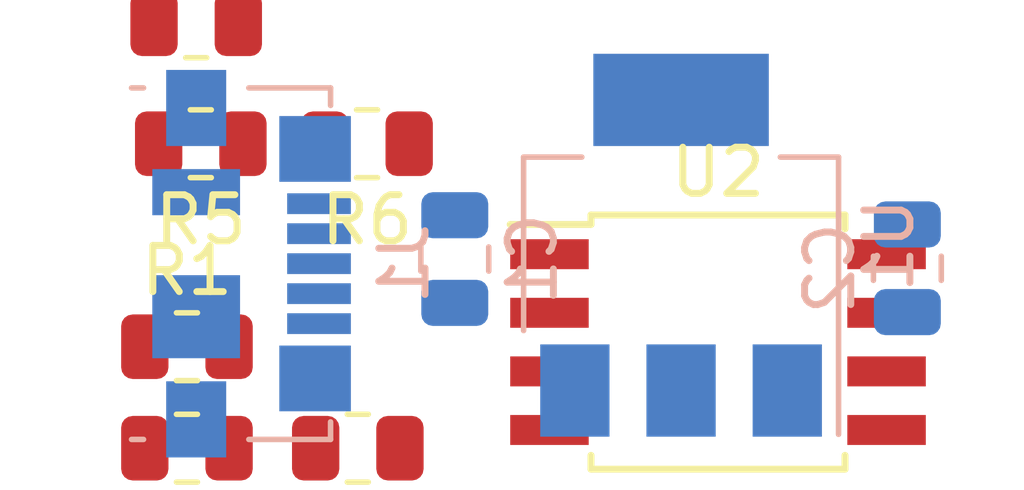
<source format=kicad_pcb>
(kicad_pcb (version 20171130) (host pcbnew "(5.1.10)-1")

  (general
    (thickness 1.6)
    (drawings 0)
    (tracks 0)
    (zones 0)
    (modules 12)
    (nets 14)
  )

  (page A4)
  (layers
    (0 F.Cu signal hide)
    (31 B.Cu signal)
    (32 B.Adhes user)
    (33 F.Adhes user)
    (34 B.Paste user)
    (35 F.Paste user)
    (36 B.SilkS user)
    (37 F.SilkS user)
    (38 B.Mask user)
    (39 F.Mask user)
    (40 Dwgs.User user)
    (41 Cmts.User user)
    (42 Eco1.User user)
    (43 Eco2.User user)
    (44 Edge.Cuts user)
    (45 Margin user)
    (46 B.CrtYd user)
    (47 F.CrtYd user)
    (48 B.Fab user)
    (49 F.Fab user)
  )

  (setup
    (last_trace_width 0.25)
    (trace_clearance 0.2)
    (zone_clearance 0.508)
    (zone_45_only no)
    (trace_min 0.2)
    (via_size 0.8)
    (via_drill 0.4)
    (via_min_size 0.4)
    (via_min_drill 0.3)
    (uvia_size 0.3)
    (uvia_drill 0.1)
    (uvias_allowed no)
    (uvia_min_size 0.2)
    (uvia_min_drill 0.1)
    (edge_width 0.05)
    (segment_width 0.2)
    (pcb_text_width 0.3)
    (pcb_text_size 1.5 1.5)
    (mod_edge_width 0.12)
    (mod_text_size 1 1)
    (mod_text_width 0.15)
    (pad_size 1.524 1.524)
    (pad_drill 0.762)
    (pad_to_mask_clearance 0)
    (aux_axis_origin 0 0)
    (visible_elements FFFFFF7F)
    (pcbplotparams
      (layerselection 0x010fc_ffffffff)
      (usegerberextensions false)
      (usegerberattributes true)
      (usegerberadvancedattributes true)
      (creategerberjobfile true)
      (excludeedgelayer true)
      (linewidth 0.100000)
      (plotframeref false)
      (viasonmask false)
      (mode 1)
      (useauxorigin false)
      (hpglpennumber 1)
      (hpglpenspeed 20)
      (hpglpendiameter 15.000000)
      (psnegative false)
      (psa4output false)
      (plotreference true)
      (plotvalue true)
      (plotinvisibletext false)
      (padsonsilk false)
      (subtractmaskfromsilk false)
      (outputformat 1)
      (mirror false)
      (drillshape 1)
      (scaleselection 1)
      (outputdirectory ""))
  )

  (net 0 "")
  (net 1 +5V)
  (net 2 GND)
  (net 3 "Net-(C2-Pad1)")
  (net 4 "Net-(J1-Pad2)")
  (net 5 "Net-(J1-Pad3)")
  (net 6 "Net-(J1-Pad4)")
  (net 7 "Net-(J1-Pad6)")
  (net 8 "Net-(R3-Pad1)")
  (net 9 "Net-(R6-Pad1)")
  (net 10 "Net-(U2-Pad1)")
  (net 11 "Net-(U2-Pad5)")
  (net 12 "Net-(U2-Pad6)")
  (net 13 "Net-(U2-Pad7)")

  (net_class Default "This is the default net class."
    (clearance 0.2)
    (trace_width 0.25)
    (via_dia 0.8)
    (via_drill 0.4)
    (uvia_dia 0.3)
    (uvia_drill 0.1)
    (add_net +5V)
    (add_net GND)
    (add_net "Net-(C2-Pad1)")
    (add_net "Net-(J1-Pad2)")
    (add_net "Net-(J1-Pad3)")
    (add_net "Net-(J1-Pad4)")
    (add_net "Net-(J1-Pad6)")
    (add_net "Net-(R3-Pad1)")
    (add_net "Net-(R6-Pad1)")
    (add_net "Net-(U2-Pad1)")
    (add_net "Net-(U2-Pad5)")
    (add_net "Net-(U2-Pad6)")
    (add_net "Net-(U2-Pad7)")
  )

  (module Capacitor_SMD:C_0805_2012Metric (layer B.Cu) (tedit 5F68FEEE) (tstamp 6144049A)
    (at 57.9 104.6 90)
    (descr "Capacitor SMD 0805 (2012 Metric), square (rectangular) end terminal, IPC_7351 nominal, (Body size source: IPC-SM-782 page 76, https://www.pcb-3d.com/wordpress/wp-content/uploads/ipc-sm-782a_amendment_1_and_2.pdf, https://docs.google.com/spreadsheets/d/1BsfQQcO9C6DZCsRaXUlFlo91Tg2WpOkGARC1WS5S8t0/edit?usp=sharing), generated with kicad-footprint-generator")
    (tags capacitor)
    (path /61436046)
    (attr smd)
    (fp_text reference C1 (at 0 1.68 -90) (layer B.SilkS)
      (effects (font (size 1 1) (thickness 0.15)) (justify mirror))
    )
    (fp_text value 100n (at 0 -1.68 -90) (layer B.Fab)
      (effects (font (size 1 1) (thickness 0.15)) (justify mirror))
    )
    (fp_line (start 1.7 -0.98) (end -1.7 -0.98) (layer B.CrtYd) (width 0.05))
    (fp_line (start 1.7 0.98) (end 1.7 -0.98) (layer B.CrtYd) (width 0.05))
    (fp_line (start -1.7 0.98) (end 1.7 0.98) (layer B.CrtYd) (width 0.05))
    (fp_line (start -1.7 -0.98) (end -1.7 0.98) (layer B.CrtYd) (width 0.05))
    (fp_line (start -0.261252 -0.735) (end 0.261252 -0.735) (layer B.SilkS) (width 0.12))
    (fp_line (start -0.261252 0.735) (end 0.261252 0.735) (layer B.SilkS) (width 0.12))
    (fp_line (start 1 -0.625) (end -1 -0.625) (layer B.Fab) (width 0.1))
    (fp_line (start 1 0.625) (end 1 -0.625) (layer B.Fab) (width 0.1))
    (fp_line (start -1 0.625) (end 1 0.625) (layer B.Fab) (width 0.1))
    (fp_line (start -1 -0.625) (end -1 0.625) (layer B.Fab) (width 0.1))
    (fp_text user %R (at 0 0 -90) (layer B.Fab)
      (effects (font (size 0.5 0.5) (thickness 0.08)) (justify mirror))
    )
    (pad 1 smd roundrect (at -0.95 0 90) (size 1 1.45) (layers B.Cu B.Paste B.Mask) (roundrect_rratio 0.25)
      (net 1 +5V))
    (pad 2 smd roundrect (at 0.95 0 90) (size 1 1.45) (layers B.Cu B.Paste B.Mask) (roundrect_rratio 0.25)
      (net 2 GND))
    (model ${KISYS3DMOD}/Capacitor_SMD.3dshapes/C_0805_2012Metric.wrl
      (at (xyz 0 0 0))
      (scale (xyz 1 1 1))
      (rotate (xyz 0 0 0))
    )
  )

  (module Capacitor_SMD:C_0805_2012Metric (layer B.Cu) (tedit 5F68FEEE) (tstamp 614404AB)
    (at 67.7 104.8 270)
    (descr "Capacitor SMD 0805 (2012 Metric), square (rectangular) end terminal, IPC_7351 nominal, (Body size source: IPC-SM-782 page 76, https://www.pcb-3d.com/wordpress/wp-content/uploads/ipc-sm-782a_amendment_1_and_2.pdf, https://docs.google.com/spreadsheets/d/1BsfQQcO9C6DZCsRaXUlFlo91Tg2WpOkGARC1WS5S8t0/edit?usp=sharing), generated with kicad-footprint-generator")
    (tags capacitor)
    (path /614362EE)
    (attr smd)
    (fp_text reference C2 (at 0 1.68 270) (layer B.SilkS)
      (effects (font (size 1 1) (thickness 0.15)) (justify mirror))
    )
    (fp_text value 100n (at 0 -1.68 270) (layer B.Fab)
      (effects (font (size 1 1) (thickness 0.15)) (justify mirror))
    )
    (fp_text user %R (at 0 0 270) (layer B.Fab)
      (effects (font (size 0.5 0.5) (thickness 0.08)) (justify mirror))
    )
    (fp_line (start -1 -0.625) (end -1 0.625) (layer B.Fab) (width 0.1))
    (fp_line (start -1 0.625) (end 1 0.625) (layer B.Fab) (width 0.1))
    (fp_line (start 1 0.625) (end 1 -0.625) (layer B.Fab) (width 0.1))
    (fp_line (start 1 -0.625) (end -1 -0.625) (layer B.Fab) (width 0.1))
    (fp_line (start -0.261252 0.735) (end 0.261252 0.735) (layer B.SilkS) (width 0.12))
    (fp_line (start -0.261252 -0.735) (end 0.261252 -0.735) (layer B.SilkS) (width 0.12))
    (fp_line (start -1.7 -0.98) (end -1.7 0.98) (layer B.CrtYd) (width 0.05))
    (fp_line (start -1.7 0.98) (end 1.7 0.98) (layer B.CrtYd) (width 0.05))
    (fp_line (start 1.7 0.98) (end 1.7 -0.98) (layer B.CrtYd) (width 0.05))
    (fp_line (start 1.7 -0.98) (end -1.7 -0.98) (layer B.CrtYd) (width 0.05))
    (pad 2 smd roundrect (at 0.95 0 270) (size 1 1.45) (layers B.Cu B.Paste B.Mask) (roundrect_rratio 0.25)
      (net 2 GND))
    (pad 1 smd roundrect (at -0.95 0 270) (size 1 1.45) (layers B.Cu B.Paste B.Mask) (roundrect_rratio 0.25)
      (net 3 "Net-(C2-Pad1)"))
    (model ${KISYS3DMOD}/Capacitor_SMD.3dshapes/C_0805_2012Metric.wrl
      (at (xyz 0 0 0))
      (scale (xyz 1 1 1))
      (rotate (xyz 0 0 0))
    )
  )

  (module Connector_USB:USB_Micro-B_Molex_47346-0001 (layer B.Cu) (tedit 5D8620A7) (tstamp 614404CB)
    (at 53.5 104.7 90)
    (descr "Micro USB B receptable with flange, bottom-mount, SMD, right-angle (http://www.molex.com/pdm_docs/sd/473460001_sd.pdf)")
    (tags "Micro B USB SMD")
    (path /61436B0E)
    (attr smd)
    (fp_text reference J1 (at 0 3.3 90) (layer B.SilkS)
      (effects (font (size 1 1) (thickness 0.15)) (justify mirror))
    )
    (fp_text value USB_B_Micro (at 0 -4.6 90) (layer B.Fab)
      (effects (font (size 1 1) (thickness 0.15)) (justify mirror))
    )
    (fp_line (start -3.25 -2.65) (end 3.25 -2.65) (layer B.Fab) (width 0.1))
    (fp_line (start -3.81 -2.6) (end -3.81 -2.34) (layer B.SilkS) (width 0.12))
    (fp_line (start -3.81 -0.06) (end -3.81 1.71) (layer B.SilkS) (width 0.12))
    (fp_line (start -3.81 1.71) (end -3.43 1.71) (layer B.SilkS) (width 0.12))
    (fp_line (start 3.81 1.71) (end 3.81 -0.06) (layer B.SilkS) (width 0.12))
    (fp_line (start 3.81 -2.34) (end 3.81 -2.6) (layer B.SilkS) (width 0.12))
    (fp_line (start -3.75 -3.35) (end -3.75 1.65) (layer B.Fab) (width 0.1))
    (fp_line (start -3.75 1.65) (end 3.75 1.65) (layer B.Fab) (width 0.1))
    (fp_line (start 3.75 1.65) (end 3.75 -3.35) (layer B.Fab) (width 0.1))
    (fp_line (start 3.75 -3.35) (end -3.75 -3.35) (layer B.Fab) (width 0.1))
    (fp_line (start -4.7 -3.85) (end -4.7 2.65) (layer B.CrtYd) (width 0.05))
    (fp_line (start -4.7 2.65) (end 4.7 2.65) (layer B.CrtYd) (width 0.05))
    (fp_line (start 4.7 2.65) (end 4.7 -3.85) (layer B.CrtYd) (width 0.05))
    (fp_line (start 4.7 -3.85) (end -4.7 -3.85) (layer B.CrtYd) (width 0.05))
    (fp_line (start 3.81 1.71) (end 3.43 1.71) (layer B.SilkS) (width 0.12))
    (fp_text user "PCB Edge" (at 0 -2.67 90) (layer Dwgs.User)
      (effects (font (size 0.4 0.4) (thickness 0.04)))
    )
    (fp_text user %R (at 0 -1.2 -90) (layer B.Fab)
      (effects (font (size 1 1) (thickness 0.15)) (justify mirror))
    )
    (pad 1 smd rect (at -1.3 1.46 90) (size 0.45 1.38) (layers B.Cu B.Paste B.Mask)
      (net 1 +5V))
    (pad 2 smd rect (at -0.65 1.46 90) (size 0.45 1.38) (layers B.Cu B.Paste B.Mask)
      (net 4 "Net-(J1-Pad2)"))
    (pad 3 smd rect (at 0 1.46 90) (size 0.45 1.38) (layers B.Cu B.Paste B.Mask)
      (net 5 "Net-(J1-Pad3)"))
    (pad 4 smd rect (at 0.65 1.46 90) (size 0.45 1.38) (layers B.Cu B.Paste B.Mask)
      (net 6 "Net-(J1-Pad4)"))
    (pad 5 smd rect (at 1.3 1.46 90) (size 0.45 1.38) (layers B.Cu B.Paste B.Mask)
      (net 2 GND))
    (pad 6 smd rect (at -2.4875 1.375 90) (size 1.425 1.55) (layers B.Cu B.Paste B.Mask)
      (net 7 "Net-(J1-Pad6)"))
    (pad 6 smd rect (at 2.4875 1.375 90) (size 1.425 1.55) (layers B.Cu B.Paste B.Mask)
      (net 7 "Net-(J1-Pad6)"))
    (pad 6 smd rect (at -3.375 -1.2 90) (size 1.65 1.3) (layers B.Cu B.Paste B.Mask)
      (net 7 "Net-(J1-Pad6)"))
    (pad 6 smd rect (at 3.375 -1.2 90) (size 1.65 1.3) (layers B.Cu B.Paste B.Mask)
      (net 7 "Net-(J1-Pad6)"))
    (pad 6 smd rect (at -1.15 -1.2 90) (size 1.8 1.9) (layers B.Cu B.Paste B.Mask)
      (net 7 "Net-(J1-Pad6)"))
    (pad 6 smd rect (at 1.55 -1.2 90) (size 1 1.9) (layers B.Cu B.Paste B.Mask)
      (net 7 "Net-(J1-Pad6)"))
    (model ${KISYS3DMOD}/Connector_USB.3dshapes/USB_Micro-B_Molex_47346-0001.wrl
      (at (xyz 0 0 0))
      (scale (xyz 1 1 1))
      (rotate (xyz 0 0 0))
    )
  )

  (module Connector_PinHeader_2.54mm:PinHeader_1x02_P2.54mm_Vertical (layer F.Cu) (tedit 59FED5CC) (tstamp 614404E1)
    (at 71.7 103)
    (descr "Through hole straight pin header, 1x02, 2.54mm pitch, single row")
    (tags "Through hole pin header THT 1x02 2.54mm single row")
    (path /6143CB16)
    (fp_text reference J2 (at 0 -2.33) (layer F.SilkS)
      (effects (font (size 1 1) (thickness 0.15)))
    )
    (fp_text value Vout (at 0 4.87) (layer F.Fab)
      (effects (font (size 1 1) (thickness 0.15)))
    )
    (fp_line (start 1.8 -1.8) (end -1.8 -1.8) (layer F.CrtYd) (width 0.05))
    (fp_line (start 1.8 4.35) (end 1.8 -1.8) (layer F.CrtYd) (width 0.05))
    (fp_line (start -1.8 4.35) (end 1.8 4.35) (layer F.CrtYd) (width 0.05))
    (fp_line (start -1.8 -1.8) (end -1.8 4.35) (layer F.CrtYd) (width 0.05))
    (fp_line (start -1.33 -1.33) (end 0 -1.33) (layer F.SilkS) (width 0.12))
    (fp_line (start -1.33 0) (end -1.33 -1.33) (layer F.SilkS) (width 0.12))
    (fp_line (start -1.33 1.27) (end 1.33 1.27) (layer F.SilkS) (width 0.12))
    (fp_line (start 1.33 1.27) (end 1.33 3.87) (layer F.SilkS) (width 0.12))
    (fp_line (start -1.33 1.27) (end -1.33 3.87) (layer F.SilkS) (width 0.12))
    (fp_line (start -1.33 3.87) (end 1.33 3.87) (layer F.SilkS) (width 0.12))
    (fp_line (start -1.27 -0.635) (end -0.635 -1.27) (layer F.Fab) (width 0.1))
    (fp_line (start -1.27 3.81) (end -1.27 -0.635) (layer F.Fab) (width 0.1))
    (fp_line (start 1.27 3.81) (end -1.27 3.81) (layer F.Fab) (width 0.1))
    (fp_line (start 1.27 -1.27) (end 1.27 3.81) (layer F.Fab) (width 0.1))
    (fp_line (start -0.635 -1.27) (end 1.27 -1.27) (layer F.Fab) (width 0.1))
    (fp_text user %R (at 0 1.27 90) (layer F.Fab)
      (effects (font (size 1 1) (thickness 0.15)))
    )
    (pad 1 thru_hole rect (at 0 0) (size 1.7 1.7) (drill 1) (layers *.Cu *.Mask)
      (net 1 +5V))
    (pad 2 thru_hole oval (at 0 2.54) (size 1.7 1.7) (drill 1) (layers *.Cu *.Mask)
      (net 2 GND))
    (model ${KISYS3DMOD}/Connector_PinHeader_2.54mm.3dshapes/PinHeader_1x02_P2.54mm_Vertical.wrl
      (at (xyz 0 0 0))
      (scale (xyz 1 1 1))
      (rotate (xyz 0 0 0))
    )
  )

  (module Resistor_SMD:R_0805_2012Metric (layer F.Cu) (tedit 5F68FEEE) (tstamp 614404F2)
    (at 52.1 106.5)
    (descr "Resistor SMD 0805 (2012 Metric), square (rectangular) end terminal, IPC_7351 nominal, (Body size source: IPC-SM-782 page 72, https://www.pcb-3d.com/wordpress/wp-content/uploads/ipc-sm-782a_amendment_1_and_2.pdf), generated with kicad-footprint-generator")
    (tags resistor)
    (path /61434CAC)
    (attr smd)
    (fp_text reference R1 (at 0 -1.65) (layer F.SilkS)
      (effects (font (size 1 1) (thickness 0.15)))
    )
    (fp_text value 10k (at 0 1.65) (layer F.Fab)
      (effects (font (size 1 1) (thickness 0.15)))
    )
    (fp_line (start 1.68 0.95) (end -1.68 0.95) (layer F.CrtYd) (width 0.05))
    (fp_line (start 1.68 -0.95) (end 1.68 0.95) (layer F.CrtYd) (width 0.05))
    (fp_line (start -1.68 -0.95) (end 1.68 -0.95) (layer F.CrtYd) (width 0.05))
    (fp_line (start -1.68 0.95) (end -1.68 -0.95) (layer F.CrtYd) (width 0.05))
    (fp_line (start -0.227064 0.735) (end 0.227064 0.735) (layer F.SilkS) (width 0.12))
    (fp_line (start -0.227064 -0.735) (end 0.227064 -0.735) (layer F.SilkS) (width 0.12))
    (fp_line (start 1 0.625) (end -1 0.625) (layer F.Fab) (width 0.1))
    (fp_line (start 1 -0.625) (end 1 0.625) (layer F.Fab) (width 0.1))
    (fp_line (start -1 -0.625) (end 1 -0.625) (layer F.Fab) (width 0.1))
    (fp_line (start -1 0.625) (end -1 -0.625) (layer F.Fab) (width 0.1))
    (fp_text user %R (at 0 0) (layer F.Fab)
      (effects (font (size 0.5 0.5) (thickness 0.08)))
    )
    (pad 1 smd roundrect (at -0.9125 0) (size 1.025 1.4) (layers F.Cu F.Paste F.Mask) (roundrect_rratio 0.243902)
      (net 1 +5V))
    (pad 2 smd roundrect (at 0.9125 0) (size 1.025 1.4) (layers F.Cu F.Paste F.Mask) (roundrect_rratio 0.243902)
      (net 5 "Net-(J1-Pad3)"))
    (model ${KISYS3DMOD}/Resistor_SMD.3dshapes/R_0805_2012Metric.wrl
      (at (xyz 0 0 0))
      (scale (xyz 1 1 1))
      (rotate (xyz 0 0 0))
    )
  )

  (module Resistor_SMD:R_0805_2012Metric (layer F.Cu) (tedit 5F68FEEE) (tstamp 61440503)
    (at 52.1 108.7 180)
    (descr "Resistor SMD 0805 (2012 Metric), square (rectangular) end terminal, IPC_7351 nominal, (Body size source: IPC-SM-782 page 72, https://www.pcb-3d.com/wordpress/wp-content/uploads/ipc-sm-782a_amendment_1_and_2.pdf), generated with kicad-footprint-generator")
    (tags resistor)
    (path /6143509F)
    (attr smd)
    (fp_text reference R2 (at 0 -1.65) (layer F.SilkS)
      (effects (font (size 1 1) (thickness 0.15)))
    )
    (fp_text value 1k5 (at 0 1.65) (layer F.Fab)
      (effects (font (size 1 1) (thickness 0.15)))
    )
    (fp_text user %R (at 0 0) (layer F.Fab)
      (effects (font (size 0.5 0.5) (thickness 0.08)))
    )
    (fp_line (start -1 0.625) (end -1 -0.625) (layer F.Fab) (width 0.1))
    (fp_line (start -1 -0.625) (end 1 -0.625) (layer F.Fab) (width 0.1))
    (fp_line (start 1 -0.625) (end 1 0.625) (layer F.Fab) (width 0.1))
    (fp_line (start 1 0.625) (end -1 0.625) (layer F.Fab) (width 0.1))
    (fp_line (start -0.227064 -0.735) (end 0.227064 -0.735) (layer F.SilkS) (width 0.12))
    (fp_line (start -0.227064 0.735) (end 0.227064 0.735) (layer F.SilkS) (width 0.12))
    (fp_line (start -1.68 0.95) (end -1.68 -0.95) (layer F.CrtYd) (width 0.05))
    (fp_line (start -1.68 -0.95) (end 1.68 -0.95) (layer F.CrtYd) (width 0.05))
    (fp_line (start 1.68 -0.95) (end 1.68 0.95) (layer F.CrtYd) (width 0.05))
    (fp_line (start 1.68 0.95) (end -1.68 0.95) (layer F.CrtYd) (width 0.05))
    (pad 2 smd roundrect (at 0.9125 0 180) (size 1.025 1.4) (layers F.Cu F.Paste F.Mask) (roundrect_rratio 0.243902)
      (net 2 GND))
    (pad 1 smd roundrect (at -0.9125 0 180) (size 1.025 1.4) (layers F.Cu F.Paste F.Mask) (roundrect_rratio 0.243902)
      (net 5 "Net-(J1-Pad3)"))
    (model ${KISYS3DMOD}/Resistor_SMD.3dshapes/R_0805_2012Metric.wrl
      (at (xyz 0 0 0))
      (scale (xyz 1 1 1))
      (rotate (xyz 0 0 0))
    )
  )

  (module Resistor_SMD:R_0805_2012Metric (layer F.Cu) (tedit 5F68FEEE) (tstamp 61440514)
    (at 55.8 108.7 180)
    (descr "Resistor SMD 0805 (2012 Metric), square (rectangular) end terminal, IPC_7351 nominal, (Body size source: IPC-SM-782 page 72, https://www.pcb-3d.com/wordpress/wp-content/uploads/ipc-sm-782a_amendment_1_and_2.pdf), generated with kicad-footprint-generator")
    (tags resistor)
    (path /6143548A)
    (attr smd)
    (fp_text reference R3 (at 0 -1.65) (layer F.SilkS)
      (effects (font (size 1 1) (thickness 0.15)))
    )
    (fp_text value 470 (at 0 1.65) (layer F.Fab)
      (effects (font (size 1 1) (thickness 0.15)))
    )
    (fp_line (start 1.68 0.95) (end -1.68 0.95) (layer F.CrtYd) (width 0.05))
    (fp_line (start 1.68 -0.95) (end 1.68 0.95) (layer F.CrtYd) (width 0.05))
    (fp_line (start -1.68 -0.95) (end 1.68 -0.95) (layer F.CrtYd) (width 0.05))
    (fp_line (start -1.68 0.95) (end -1.68 -0.95) (layer F.CrtYd) (width 0.05))
    (fp_line (start -0.227064 0.735) (end 0.227064 0.735) (layer F.SilkS) (width 0.12))
    (fp_line (start -0.227064 -0.735) (end 0.227064 -0.735) (layer F.SilkS) (width 0.12))
    (fp_line (start 1 0.625) (end -1 0.625) (layer F.Fab) (width 0.1))
    (fp_line (start 1 -0.625) (end 1 0.625) (layer F.Fab) (width 0.1))
    (fp_line (start -1 -0.625) (end 1 -0.625) (layer F.Fab) (width 0.1))
    (fp_line (start -1 0.625) (end -1 -0.625) (layer F.Fab) (width 0.1))
    (fp_text user %R (at 0 0) (layer F.Fab)
      (effects (font (size 0.5 0.5) (thickness 0.08)))
    )
    (pad 1 smd roundrect (at -0.9125 0 180) (size 1.025 1.4) (layers F.Cu F.Paste F.Mask) (roundrect_rratio 0.243902)
      (net 8 "Net-(R3-Pad1)"))
    (pad 2 smd roundrect (at 0.9125 0 180) (size 1.025 1.4) (layers F.Cu F.Paste F.Mask) (roundrect_rratio 0.243902)
      (net 5 "Net-(J1-Pad3)"))
    (model ${KISYS3DMOD}/Resistor_SMD.3dshapes/R_0805_2012Metric.wrl
      (at (xyz 0 0 0))
      (scale (xyz 1 1 1))
      (rotate (xyz 0 0 0))
    )
  )

  (module Resistor_SMD:R_0805_2012Metric (layer F.Cu) (tedit 5F68FEEE) (tstamp 61440525)
    (at 52.3 99.5)
    (descr "Resistor SMD 0805 (2012 Metric), square (rectangular) end terminal, IPC_7351 nominal, (Body size source: IPC-SM-782 page 72, https://www.pcb-3d.com/wordpress/wp-content/uploads/ipc-sm-782a_amendment_1_and_2.pdf), generated with kicad-footprint-generator")
    (tags resistor)
    (path /614482BF)
    (attr smd)
    (fp_text reference R4 (at 0 -1.65) (layer F.SilkS)
      (effects (font (size 1 1) (thickness 0.15)))
    )
    (fp_text value 10k (at 0 1.65) (layer F.Fab)
      (effects (font (size 1 1) (thickness 0.15)))
    )
    (fp_text user %R (at 0 0) (layer F.Fab)
      (effects (font (size 0.5 0.5) (thickness 0.08)))
    )
    (fp_line (start -1 0.625) (end -1 -0.625) (layer F.Fab) (width 0.1))
    (fp_line (start -1 -0.625) (end 1 -0.625) (layer F.Fab) (width 0.1))
    (fp_line (start 1 -0.625) (end 1 0.625) (layer F.Fab) (width 0.1))
    (fp_line (start 1 0.625) (end -1 0.625) (layer F.Fab) (width 0.1))
    (fp_line (start -0.227064 -0.735) (end 0.227064 -0.735) (layer F.SilkS) (width 0.12))
    (fp_line (start -0.227064 0.735) (end 0.227064 0.735) (layer F.SilkS) (width 0.12))
    (fp_line (start -1.68 0.95) (end -1.68 -0.95) (layer F.CrtYd) (width 0.05))
    (fp_line (start -1.68 -0.95) (end 1.68 -0.95) (layer F.CrtYd) (width 0.05))
    (fp_line (start 1.68 -0.95) (end 1.68 0.95) (layer F.CrtYd) (width 0.05))
    (fp_line (start 1.68 0.95) (end -1.68 0.95) (layer F.CrtYd) (width 0.05))
    (pad 2 smd roundrect (at 0.9125 0) (size 1.025 1.4) (layers F.Cu F.Paste F.Mask) (roundrect_rratio 0.243902)
      (net 4 "Net-(J1-Pad2)"))
    (pad 1 smd roundrect (at -0.9125 0) (size 1.025 1.4) (layers F.Cu F.Paste F.Mask) (roundrect_rratio 0.243902)
      (net 1 +5V))
    (model ${KISYS3DMOD}/Resistor_SMD.3dshapes/R_0805_2012Metric.wrl
      (at (xyz 0 0 0))
      (scale (xyz 1 1 1))
      (rotate (xyz 0 0 0))
    )
  )

  (module Resistor_SMD:R_0805_2012Metric (layer F.Cu) (tedit 5F68FEEE) (tstamp 61440536)
    (at 52.4 102.1 180)
    (descr "Resistor SMD 0805 (2012 Metric), square (rectangular) end terminal, IPC_7351 nominal, (Body size source: IPC-SM-782 page 72, https://www.pcb-3d.com/wordpress/wp-content/uploads/ipc-sm-782a_amendment_1_and_2.pdf), generated with kicad-footprint-generator")
    (tags resistor)
    (path /614483D9)
    (attr smd)
    (fp_text reference R5 (at 0 -1.65) (layer F.SilkS)
      (effects (font (size 1 1) (thickness 0.15)))
    )
    (fp_text value 1k5 (at 0 1.65) (layer F.Fab)
      (effects (font (size 1 1) (thickness 0.15)))
    )
    (fp_line (start 1.68 0.95) (end -1.68 0.95) (layer F.CrtYd) (width 0.05))
    (fp_line (start 1.68 -0.95) (end 1.68 0.95) (layer F.CrtYd) (width 0.05))
    (fp_line (start -1.68 -0.95) (end 1.68 -0.95) (layer F.CrtYd) (width 0.05))
    (fp_line (start -1.68 0.95) (end -1.68 -0.95) (layer F.CrtYd) (width 0.05))
    (fp_line (start -0.227064 0.735) (end 0.227064 0.735) (layer F.SilkS) (width 0.12))
    (fp_line (start -0.227064 -0.735) (end 0.227064 -0.735) (layer F.SilkS) (width 0.12))
    (fp_line (start 1 0.625) (end -1 0.625) (layer F.Fab) (width 0.1))
    (fp_line (start 1 -0.625) (end 1 0.625) (layer F.Fab) (width 0.1))
    (fp_line (start -1 -0.625) (end 1 -0.625) (layer F.Fab) (width 0.1))
    (fp_line (start -1 0.625) (end -1 -0.625) (layer F.Fab) (width 0.1))
    (fp_text user %R (at 0 0) (layer F.Fab)
      (effects (font (size 0.5 0.5) (thickness 0.08)))
    )
    (pad 1 smd roundrect (at -0.9125 0 180) (size 1.025 1.4) (layers F.Cu F.Paste F.Mask) (roundrect_rratio 0.243902)
      (net 4 "Net-(J1-Pad2)"))
    (pad 2 smd roundrect (at 0.9125 0 180) (size 1.025 1.4) (layers F.Cu F.Paste F.Mask) (roundrect_rratio 0.243902)
      (net 2 GND))
    (model ${KISYS3DMOD}/Resistor_SMD.3dshapes/R_0805_2012Metric.wrl
      (at (xyz 0 0 0))
      (scale (xyz 1 1 1))
      (rotate (xyz 0 0 0))
    )
  )

  (module Resistor_SMD:R_0805_2012Metric (layer F.Cu) (tedit 5F68FEEE) (tstamp 61440547)
    (at 56 102.1 180)
    (descr "Resistor SMD 0805 (2012 Metric), square (rectangular) end terminal, IPC_7351 nominal, (Body size source: IPC-SM-782 page 72, https://www.pcb-3d.com/wordpress/wp-content/uploads/ipc-sm-782a_amendment_1_and_2.pdf), generated with kicad-footprint-generator")
    (tags resistor)
    (path /614483E3)
    (attr smd)
    (fp_text reference R6 (at 0 -1.65) (layer F.SilkS)
      (effects (font (size 1 1) (thickness 0.15)))
    )
    (fp_text value 470 (at 0 1.65) (layer F.Fab)
      (effects (font (size 1 1) (thickness 0.15)))
    )
    (fp_text user %R (at 0 0) (layer F.Fab)
      (effects (font (size 0.5 0.5) (thickness 0.08)))
    )
    (fp_line (start -1 0.625) (end -1 -0.625) (layer F.Fab) (width 0.1))
    (fp_line (start -1 -0.625) (end 1 -0.625) (layer F.Fab) (width 0.1))
    (fp_line (start 1 -0.625) (end 1 0.625) (layer F.Fab) (width 0.1))
    (fp_line (start 1 0.625) (end -1 0.625) (layer F.Fab) (width 0.1))
    (fp_line (start -0.227064 -0.735) (end 0.227064 -0.735) (layer F.SilkS) (width 0.12))
    (fp_line (start -0.227064 0.735) (end 0.227064 0.735) (layer F.SilkS) (width 0.12))
    (fp_line (start -1.68 0.95) (end -1.68 -0.95) (layer F.CrtYd) (width 0.05))
    (fp_line (start -1.68 -0.95) (end 1.68 -0.95) (layer F.CrtYd) (width 0.05))
    (fp_line (start 1.68 -0.95) (end 1.68 0.95) (layer F.CrtYd) (width 0.05))
    (fp_line (start 1.68 0.95) (end -1.68 0.95) (layer F.CrtYd) (width 0.05))
    (pad 2 smd roundrect (at 0.9125 0 180) (size 1.025 1.4) (layers F.Cu F.Paste F.Mask) (roundrect_rratio 0.243902)
      (net 4 "Net-(J1-Pad2)"))
    (pad 1 smd roundrect (at -0.9125 0 180) (size 1.025 1.4) (layers F.Cu F.Paste F.Mask) (roundrect_rratio 0.243902)
      (net 9 "Net-(R6-Pad1)"))
    (model ${KISYS3DMOD}/Resistor_SMD.3dshapes/R_0805_2012Metric.wrl
      (at (xyz 0 0 0))
      (scale (xyz 1 1 1))
      (rotate (xyz 0 0 0))
    )
  )

  (module Package_TO_SOT_SMD:SOT-223-3_TabPin2 (layer B.Cu) (tedit 5A02FF57) (tstamp 6144055D)
    (at 62.8 104.3 90)
    (descr "module CMS SOT223 4 pins")
    (tags "CMS SOT")
    (path /614343F3)
    (attr smd)
    (fp_text reference U1 (at 0 4.5 -90) (layer B.SilkS)
      (effects (font (size 1 1) (thickness 0.15)) (justify mirror))
    )
    (fp_text value AMS1117-5.0 (at 0 -4.5 -90) (layer B.Fab)
      (effects (font (size 1 1) (thickness 0.15)) (justify mirror))
    )
    (fp_line (start 1.85 3.35) (end 1.85 -3.35) (layer B.Fab) (width 0.1))
    (fp_line (start -1.85 -3.35) (end 1.85 -3.35) (layer B.Fab) (width 0.1))
    (fp_line (start -4.1 3.41) (end 1.91 3.41) (layer B.SilkS) (width 0.12))
    (fp_line (start -0.85 3.35) (end 1.85 3.35) (layer B.Fab) (width 0.1))
    (fp_line (start -1.85 -3.41) (end 1.91 -3.41) (layer B.SilkS) (width 0.12))
    (fp_line (start -1.85 2.35) (end -1.85 -3.35) (layer B.Fab) (width 0.1))
    (fp_line (start -1.85 2.35) (end -0.85 3.35) (layer B.Fab) (width 0.1))
    (fp_line (start -4.4 3.6) (end -4.4 -3.6) (layer B.CrtYd) (width 0.05))
    (fp_line (start -4.4 -3.6) (end 4.4 -3.6) (layer B.CrtYd) (width 0.05))
    (fp_line (start 4.4 -3.6) (end 4.4 3.6) (layer B.CrtYd) (width 0.05))
    (fp_line (start 4.4 3.6) (end -4.4 3.6) (layer B.CrtYd) (width 0.05))
    (fp_line (start 1.91 3.41) (end 1.91 2.15) (layer B.SilkS) (width 0.12))
    (fp_line (start 1.91 -3.41) (end 1.91 -2.15) (layer B.SilkS) (width 0.12))
    (fp_text user %R (at 0 0) (layer B.Fab)
      (effects (font (size 0.8 0.8) (thickness 0.12)) (justify mirror))
    )
    (pad 2 smd rect (at 3.15 0 90) (size 2 3.8) (layers B.Cu B.Paste B.Mask)
      (net 3 "Net-(C2-Pad1)"))
    (pad 2 smd rect (at -3.15 0 90) (size 2 1.5) (layers B.Cu B.Paste B.Mask)
      (net 3 "Net-(C2-Pad1)"))
    (pad 3 smd rect (at -3.15 -2.3 90) (size 2 1.5) (layers B.Cu B.Paste B.Mask)
      (net 1 +5V))
    (pad 1 smd rect (at -3.15 2.3 90) (size 2 1.5) (layers B.Cu B.Paste B.Mask)
      (net 2 GND))
    (model ${KISYS3DMOD}/Package_TO_SOT_SMD.3dshapes/SOT-223.wrl
      (at (xyz 0 0 0))
      (scale (xyz 1 1 1))
      (rotate (xyz 0 0 0))
    )
  )

  (module Package_SO:SOIJ-8_5.3x5.3mm_P1.27mm (layer F.Cu) (tedit 5A02F2D3) (tstamp 6144057A)
    (at 63.6 106.4)
    (descr "8-Lead Plastic Small Outline (SM) - Medium, 5.28 mm Body [SOIC] (see Microchip Packaging Specification 00000049BS.pdf)")
    (tags "SOIC 1.27")
    (path /61433AC6)
    (attr smd)
    (fp_text reference U2 (at 0 -3.68) (layer F.SilkS)
      (effects (font (size 1 1) (thickness 0.15)))
    )
    (fp_text value ATtiny85V-10SU (at 0 3.68) (layer F.Fab)
      (effects (font (size 1 1) (thickness 0.15)))
    )
    (fp_line (start -2.75 -2.55) (end -4.5 -2.55) (layer F.SilkS) (width 0.15))
    (fp_line (start -2.75 2.755) (end 2.75 2.755) (layer F.SilkS) (width 0.15))
    (fp_line (start -2.75 -2.755) (end 2.75 -2.755) (layer F.SilkS) (width 0.15))
    (fp_line (start -2.75 2.755) (end -2.75 2.455) (layer F.SilkS) (width 0.15))
    (fp_line (start 2.75 2.755) (end 2.75 2.455) (layer F.SilkS) (width 0.15))
    (fp_line (start 2.75 -2.755) (end 2.75 -2.455) (layer F.SilkS) (width 0.15))
    (fp_line (start -2.75 -2.755) (end -2.75 -2.55) (layer F.SilkS) (width 0.15))
    (fp_line (start -4.75 2.95) (end 4.75 2.95) (layer F.CrtYd) (width 0.05))
    (fp_line (start -4.75 -2.95) (end 4.75 -2.95) (layer F.CrtYd) (width 0.05))
    (fp_line (start 4.75 -2.95) (end 4.75 2.95) (layer F.CrtYd) (width 0.05))
    (fp_line (start -4.75 -2.95) (end -4.75 2.95) (layer F.CrtYd) (width 0.05))
    (fp_line (start -2.65 -1.65) (end -1.65 -2.65) (layer F.Fab) (width 0.15))
    (fp_line (start -2.65 2.65) (end -2.65 -1.65) (layer F.Fab) (width 0.15))
    (fp_line (start 2.65 2.65) (end -2.65 2.65) (layer F.Fab) (width 0.15))
    (fp_line (start 2.65 -2.65) (end 2.65 2.65) (layer F.Fab) (width 0.15))
    (fp_line (start -1.65 -2.65) (end 2.65 -2.65) (layer F.Fab) (width 0.15))
    (fp_text user %R (at 0 0) (layer F.Fab)
      (effects (font (size 1 1) (thickness 0.15)))
    )
    (pad 1 smd rect (at -3.65 -1.905) (size 1.7 0.65) (layers F.Cu F.Paste F.Mask)
      (net 10 "Net-(U2-Pad1)"))
    (pad 2 smd rect (at -3.65 -0.635) (size 1.7 0.65) (layers F.Cu F.Paste F.Mask)
      (net 9 "Net-(R6-Pad1)"))
    (pad 3 smd rect (at -3.65 0.635) (size 1.7 0.65) (layers F.Cu F.Paste F.Mask)
      (net 8 "Net-(R3-Pad1)"))
    (pad 4 smd rect (at -3.65 1.905) (size 1.7 0.65) (layers F.Cu F.Paste F.Mask)
      (net 2 GND))
    (pad 5 smd rect (at 3.65 1.905) (size 1.7 0.65) (layers F.Cu F.Paste F.Mask)
      (net 11 "Net-(U2-Pad5)"))
    (pad 6 smd rect (at 3.65 0.635) (size 1.7 0.65) (layers F.Cu F.Paste F.Mask)
      (net 12 "Net-(U2-Pad6)"))
    (pad 7 smd rect (at 3.65 -0.635) (size 1.7 0.65) (layers F.Cu F.Paste F.Mask)
      (net 13 "Net-(U2-Pad7)"))
    (pad 8 smd rect (at 3.65 -1.905) (size 1.7 0.65) (layers F.Cu F.Paste F.Mask)
      (net 3 "Net-(C2-Pad1)"))
    (model ${KISYS3DMOD}/Package_SO.3dshapes/SOIJ-8_5.3x5.3mm_P1.27mm.wrl
      (at (xyz 0 0 0))
      (scale (xyz 1 1 1))
      (rotate (xyz 0 0 0))
    )
  )

)

</source>
